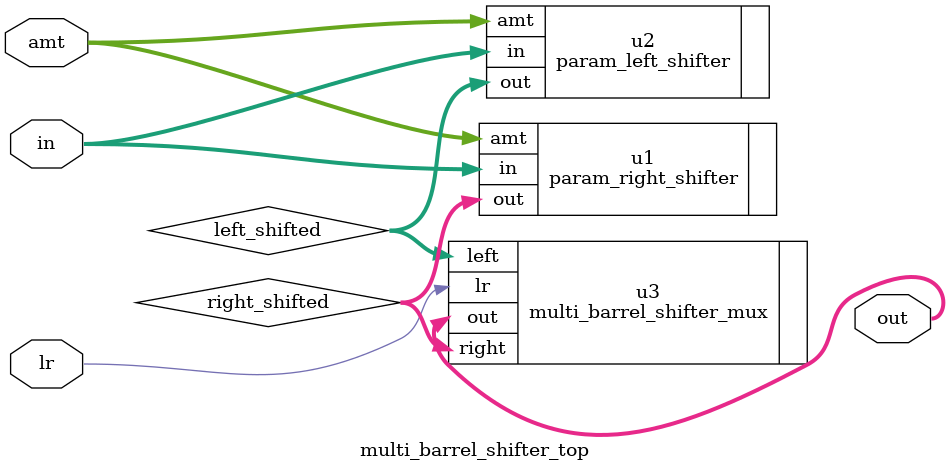
<source format=sv>
`timescale 1ns / 1ps


module multi_barrel_shifter_top
#(parameter N = 3)
    (
    input logic [(2**N)-1:0] in,
    input logic [N-1:0] amt,
    input logic lr,
    output logic [(2**N)-1:0] out
    );
    
    logic [(2**N)-1:0] left_shifted, right_shifted;
    
    param_right_shifter #(.N(N)) u1(.in(in), .out(right_shifted), .amt(amt));
    param_left_shifter #(.N(N)) u2(.in(in), .out(left_shifted), .amt(amt));
    multi_barrel_shifter_mux #(.N(N)) u3(.lr(lr), .left(left_shifted), .right(right_shifted), .out(out));
    
endmodule
</source>
